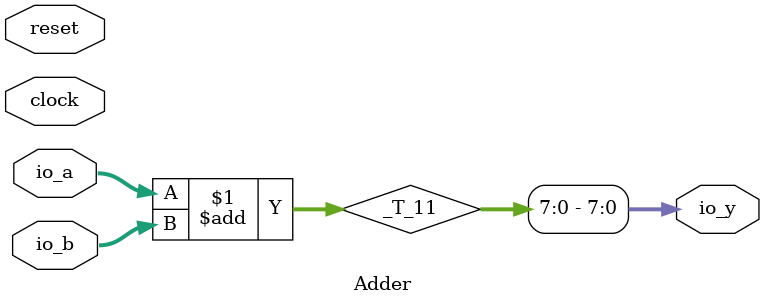
<source format=v>
module Adder( // @[:@3.2]
  input        clock, // @[:@4.4]
  input        reset, // @[:@5.4]
  input  [7:0] io_a, // @[:@6.4]
  input  [7:0] io_b, // @[:@6.4]
  output [7:0] io_y // @[:@6.4]
);
  wire [8:0] _T_11; // @[Adder.scala 12:16:@8.4]
  assign _T_11 = io_a + io_b; // @[Adder.scala 12:16:@8.4]
  assign io_y = _T_11[7:0]; // @[Adder.scala 12:8:@9.4]
endmodule

</source>
